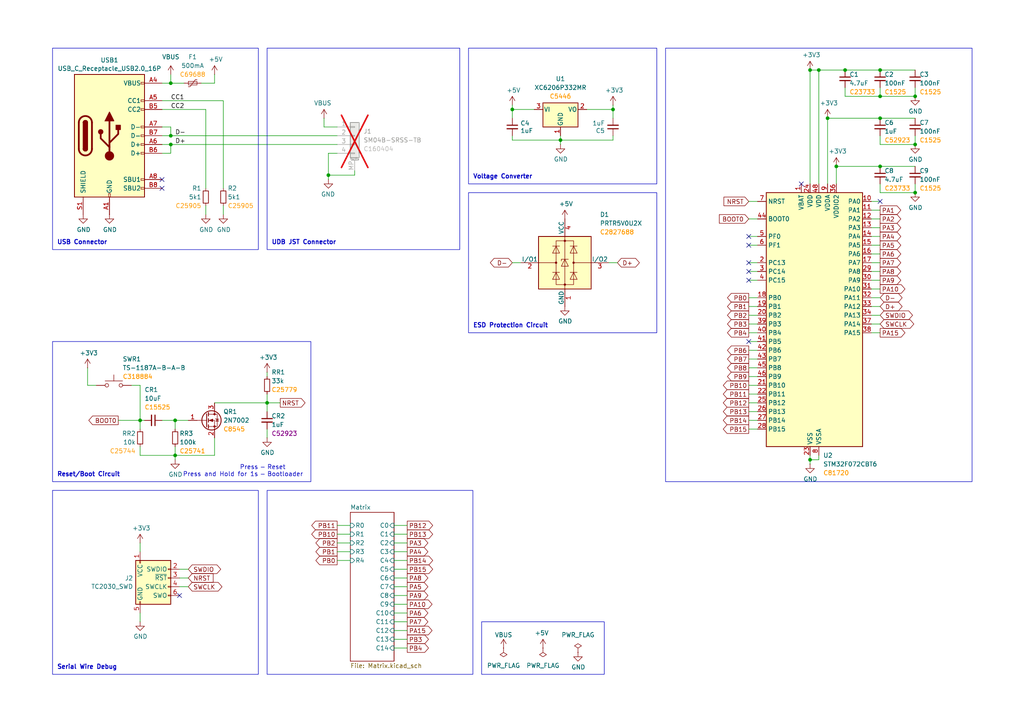
<source format=kicad_sch>
(kicad_sch (version 20231120) (generator "eeschema") (generator_version "8.0")
  (paper "A4")
  (lib_symbols
    (symbol "Connector:USB_C_Receptacle_USB2.0_16P" (pin_names (offset 1.016))
      (property "Reference" "J" (at 0 22.225 0))
      (property "Value" "USB_C_Receptacle_USB2.0_16P" (at 0 19.685 0))
      (symbol "USB_C_Receptacle_USB2.0_16P_0_0"
        (rectangle (start -0.254 -17.78) (end 0.254 -16.764))
        (rectangle (start 10.16 -14.986) (end 9.144 -15.494))
        (rectangle (start 10.16 -12.446) (end 9.144 -12.954))
        (rectangle (start 10.16 -4.826) (end 9.144 -5.334))
        (rectangle (start 10.16 -2.286) (end 9.144 -2.794))
        (rectangle (start 10.16 0.254) (end 9.144 -0.254))
        (rectangle (start 10.16 2.794) (end 9.144 2.286))
        (rectangle (start 10.16 7.874) (end 9.144 7.366))
        (rectangle (start 10.16 10.414) (end 9.144 9.906))
        (rectangle (start 10.16 15.494) (end 9.144 14.986))
      )
      (symbol "USB_C_Receptacle_USB2.0_16P_0_1"
        (rectangle (start -10.16 17.78) (end 10.16 -17.78) (stroke (width 0.254)) (fill (type background)))
        (arc (start -8.89 -3.81) (mid -6.985 -5.7067) (end -5.08 -3.81) (stroke (width 0.508)))
        (arc (start -7.62 -3.81) (mid -6.985 -4.4423) (end -6.35 -3.81) (stroke (width 0.254)))
        (arc (start -7.62 -3.81) (mid -6.985 -4.4423) (end -6.35 -3.81) (stroke (width 0.254)) (fill (type outline)))
        (rectangle (start -7.62 -3.81) (end -6.35 3.81) (stroke (width 0.254)) (fill (type outline)))
        (arc (start -6.35 3.81) (mid -6.985 4.4423) (end -7.62 3.81) (stroke (width 0.254)))
        (arc (start -6.35 3.81) (mid -6.985 4.4423) (end -7.62 3.81) (stroke (width 0.254)) (fill (type outline)))
        (arc (start -5.08 3.81) (mid -6.985 5.7067) (end -8.89 3.81) (stroke (width 0.508)))
        (circle (center -2.54 1.143) (radius 0.635) (stroke (width 0.254)) (fill (type outline)))
        (circle (center 0 -5.842) (radius 1.27) (fill (type outline)))
        (polyline (pts (xy -8.89 -3.81) (xy -8.89 3.81)) (stroke (width 0.508)))
        (polyline (pts (xy -5.08 3.81) (xy -5.08 -3.81)) (stroke (width 0.508)))
        (polyline (pts (xy 0 -5.842) (xy 0 4.318)) (stroke (width 0.508)))
        (polyline (pts (xy 0 -3.302) (xy -2.54 -0.762) (xy -2.54 0.508)) (stroke (width 0.508)))
        (polyline (pts (xy 0 -2.032) (xy 2.54 0.508) (xy 2.54 1.778)) (stroke (width 0.508)))
        (polyline (pts (xy -1.27 4.318) (xy 0 6.858) (xy 1.27 4.318) (xy -1.27 4.318)) (stroke (width 0.254)) (fill (type outline)))
        (rectangle (start 1.905 1.778) (end 3.175 3.048) (stroke (width 0.254)) (fill (type outline)))
      )
      (symbol "USB_C_Receptacle_USB2.0_16P_1_1"
        (pin passive line (at 0 -22.86 90) (length 5.08) (name "GND") (number "A1"))
        (pin passive line (at 0 -22.86 90) (length 5.08) hide (name "GND") (number "A12"))
        (pin passive line (at 15.24 15.24 180) (length 5.08) (name "VBUS") (number "A4"))
        (pin bidirectional line (at 15.24 10.16 180) (length 5.08) (name "CC1") (number "A5"))
        (pin bidirectional line (at 15.24 -2.54 180) (length 5.08) (name "D+") (number "A6"))
        (pin bidirectional line (at 15.24 2.54 180) (length 5.08) (name "D-") (number "A7"))
        (pin bidirectional line (at 15.24 -12.7 180) (length 5.08) (name "SBU1") (number "A8"))
        (pin passive line (at 15.24 15.24 180) (length 5.08) hide (name "VBUS") (number "A9"))
        (pin passive line (at 0 -22.86 90) (length 5.08) hide (name "GND") (number "B1"))
        (pin passive line (at 0 -22.86 90) (length 5.08) hide (name "GND") (number "B12"))
        (pin passive line (at 15.24 15.24 180) (length 5.08) hide (name "VBUS") (number "B4"))
        (pin bidirectional line (at 15.24 7.62 180) (length 5.08) (name "CC2") (number "B5"))
        (pin bidirectional line (at 15.24 -5.08 180) (length 5.08) (name "D+") (number "B6"))
        (pin bidirectional line (at 15.24 0 180) (length 5.08) (name "D-") (number "B7"))
        (pin bidirectional line (at 15.24 -15.24 180) (length 5.08) (name "SBU2") (number "B8"))
        (pin passive line (at 15.24 15.24 180) (length 5.08) hide (name "VBUS") (number "B9"))
        (pin passive line (at -7.62 -22.86 90) (length 5.08) (name "SHIELD") (number "S1"))
      )
    )
    (symbol "Connector_Generic_MountingPin:Conn_01x04_MountingPin" (pin_names (offset 1.016) hide)
      (property "Reference" "J" (at 0 5.08 0))
      (property "Value" "Conn_01x04_MountingPin" (at 1.27 -7.62 0))
      (symbol "Conn_01x04_MountingPin_1_1"
        (rectangle (start -1.27 -4.953) (end 0 -5.207) (stroke (width 0.1524)))
        (rectangle (start -1.27 -2.413) (end 0 -2.667) (stroke (width 0.1524)))
        (rectangle (start -1.27 0.127) (end 0 -0.127) (stroke (width 0.1524)))
        (rectangle (start -1.27 2.667) (end 0 2.413) (stroke (width 0.1524)))
        (rectangle (start -1.27 3.81) (end 1.27 -6.35) (stroke (width 0.254)) (fill (type background)))
        (polyline (pts (xy -1.016 -7.112) (xy 1.016 -7.112)) (stroke (width 0.1524)))
        (text "Mounting" (at 0 -6.731 0) (effects (font (size 0.381 0.381))))
        (pin passive line (at -5.08 2.54 0) (length 3.81) (name "Pin_1") (number "1"))
        (pin passive line (at -5.08 0 0) (length 3.81) (name "Pin_2") (number "2"))
        (pin passive line (at -5.08 -2.54 0) (length 3.81) (name "Pin_3") (number "3"))
        (pin passive line (at -5.08 -5.08 0) (length 3.81) (name "Pin_4") (number "4"))
        (pin passive line (at 0 -10.16 90) (length 3.048) (name "MountPin") (number "MP"))
      )
    )
    (symbol "Device:C_Small" (pin_numbers hide) (pin_names (offset 0.254) hide)
      (property "Reference" "C" (at 0.254 1.778 0))
      (property "Value" "C_Small" (at 0.254 -2.032 0))
      (symbol "C_Small_0_1"
        (polyline (pts (xy -1.524 -0.508) (xy 1.524 -0.508)) (stroke (width 0.3302)))
        (polyline (pts (xy -1.524 0.508) (xy 1.524 0.508)) (stroke (width 0.3048)))
      )
      (symbol "C_Small_1_1"
        (pin passive line (at 0 2.54 270) (length 2.032) (name "~") (number "1"))
        (pin passive line (at 0 -2.54 90) (length 2.032) (name "~") (number "2"))
      )
    )
    (symbol "Device:Polyfuse_Small" (pin_numbers hide) (pin_names (offset 0))
      (property "Reference" "F" (at -1.905 0 90))
      (property "Value" "Polyfuse_Small" (at 1.905 0 90))
      (symbol "Polyfuse_Small_0_1"
        (rectangle (start -0.508 1.27) (end 0.508 -1.27))
        (polyline (pts (xy 0 2.54) (xy 0 -2.54)))
        (polyline (pts (xy -1.016 1.27) (xy -1.016 0.762) (xy 1.016 -0.762) (xy 1.016 -1.27)))
      )
      (symbol "Polyfuse_Small_1_1"
        (pin passive line (at 0 2.54 270) (length 0.635) (name "~") (number "1"))
        (pin passive line (at 0 -2.54 90) (length 0.635) (name "~") (number "2"))
      )
    )
    (symbol "Device:R_Small" (pin_numbers hide) (pin_names (offset 0.254) hide)
      (property "Reference" "R" (at 0.762 0.508 0))
      (property "Value" "R_Small" (at 0.762 -1.016 0))
      (symbol "R_Small_0_1"
        (rectangle (start -0.762 1.778) (end 0.762 -1.778) (stroke (width 0.2032)))
      )
      (symbol "R_Small_1_1"
        (pin passive line (at 0 2.54 270) (length 0.762) (name "~") (number "1"))
        (pin passive line (at 0 -2.54 90) (length 0.762) (name "~") (number "2"))
      )
    )
    (symbol "MCU_ST_STM32F0:STM32F072C8Tx"
      (property "Reference" "U" (at -12.7 39.37 0))
      (property "Value" "STM32F072C8Tx" (at 10.16 39.37 0))
      (symbol "STM32F072C8Tx_0_1"
        (rectangle (start -12.7 -35.56) (end 15.24 38.1) (stroke (width 0.254)) (fill (type background)))
      )
      (symbol "STM32F072C8Tx_1_1"
        (pin power_in line (at -2.54 40.64 270) (length 2.54) (name "VBAT") (number "1"))
        (pin bidirectional line (at 17.78 35.56 180) (length 2.54) (name "PA0") (number "10"))
        (pin bidirectional line (at 17.78 33.02 180) (length 2.54) (name "PA1") (number "11"))
        (pin bidirectional line (at 17.78 30.48 180) (length 2.54) (name "PA2") (number "12"))
        (pin bidirectional line (at 17.78 27.94 180) (length 2.54) (name "PA3") (number "13"))
        (pin bidirectional line (at 17.78 25.4 180) (length 2.54) (name "PA4") (number "14"))
        (pin bidirectional line (at 17.78 22.86 180) (length 2.54) (name "PA5") (number "15"))
        (pin bidirectional line (at 17.78 20.32 180) (length 2.54) (name "PA6") (number "16"))
        (pin bidirectional line (at 17.78 17.78 180) (length 2.54) (name "PA7") (number "17"))
        (pin bidirectional line (at -15.24 7.62 0) (length 2.54) (name "PB0") (number "18"))
        (pin bidirectional line (at -15.24 5.08 0) (length 2.54) (name "PB1") (number "19"))
        (pin bidirectional line (at -15.24 17.78 0) (length 2.54) (name "PC13") (number "2"))
        (pin bidirectional line (at -15.24 2.54 0) (length 2.54) (name "PB2") (number "20"))
        (pin bidirectional line (at -15.24 -17.78 0) (length 2.54) (name "PB10") (number "21"))
        (pin bidirectional line (at -15.24 -20.32 0) (length 2.54) (name "PB11") (number "22"))
        (pin power_in line (at 0 -38.1 90) (length 2.54) (name "VSS") (number "23"))
        (pin power_in line (at 0 40.64 270) (length 2.54) (name "VDD") (number "24"))
        (pin bidirectional line (at -15.24 -22.86 0) (length 2.54) (name "PB12") (number "25"))
        (pin bidirectional line (at -15.24 -25.4 0) (length 2.54) (name "PB13") (number "26"))
        (pin bidirectional line (at -15.24 -27.94 0) (length 2.54) (name "PB14") (number "27"))
        (pin bidirectional line (at -15.24 -30.48 0) (length 2.54) (name "PB15") (number "28"))
        (pin bidirectional line (at 17.78 15.24 180) (length 2.54) (name "PA8") (number "29"))
        (pin bidirectional line (at -15.24 15.24 0) (length 2.54) (name "PC14") (number "3"))
        (pin bidirectional line (at 17.78 12.7 180) (length 2.54) (name "PA9") (number "30"))
        (pin bidirectional line (at 17.78 10.16 180) (length 2.54) (name "PA10") (number "31"))
        (pin bidirectional line (at 17.78 7.62 180) (length 2.54) (name "PA11") (number "32"))
        (pin bidirectional line (at 17.78 5.08 180) (length 2.54) (name "PA12") (number "33"))
        (pin bidirectional line (at 17.78 2.54 180) (length 2.54) (name "PA13") (number "34"))
        (pin passive line (at 0 -38.1 90) (length 2.54) hide (name "VSS") (number "35"))
        (pin power_in line (at 7.62 40.64 270) (length 2.54) (name "VDDIO2") (number "36"))
        (pin bidirectional line (at 17.78 0 180) (length 2.54) (name "PA14") (number "37"))
        (pin bidirectional line (at 17.78 -2.54 180) (length 2.54) (name "PA15") (number "38"))
        (pin bidirectional line (at -15.24 0 0) (length 2.54) (name "PB3") (number "39"))
        (pin bidirectional line (at -15.24 12.7 0) (length 2.54) (name "PC15") (number "4"))
        (pin bidirectional line (at -15.24 -2.54 0) (length 2.54) (name "PB4") (number "40"))
        (pin bidirectional line (at -15.24 -5.08 0) (length 2.54) (name "PB5") (number "41"))
        (pin bidirectional line (at -15.24 -7.62 0) (length 2.54) (name "PB6") (number "42"))
        (pin bidirectional line (at -15.24 -10.16 0) (length 2.54) (name "PB7") (number "43"))
        (pin input line (at -15.24 30.48 0) (length 2.54) (name "BOOT0") (number "44"))
        (pin bidirectional line (at -15.24 -12.7 0) (length 2.54) (name "PB8") (number "45"))
        (pin bidirectional line (at -15.24 -15.24 0) (length 2.54) (name "PB9") (number "46"))
        (pin passive line (at 0 -38.1 90) (length 2.54) hide (name "VSS") (number "47"))
        (pin power_in line (at 2.54 40.64 270) (length 2.54) (name "VDD") (number "48"))
        (pin bidirectional line (at -15.24 25.4 0) (length 2.54) (name "PF0") (number "5"))
        (pin bidirectional line (at -15.24 22.86 0) (length 2.54) (name "PF1") (number "6"))
        (pin input line (at -15.24 35.56 0) (length 2.54) (name "NRST") (number "7"))
        (pin power_in line (at 2.54 -38.1 90) (length 2.54) (name "VSSA") (number "8"))
        (pin power_in line (at 5.08 40.64 270) (length 2.54) (name "VDDA") (number "9"))
      )
    )
    (symbol "PCM_marbastlib-various:TC2030_SWD" (pin_names (offset 1.016))
      (property "Reference" "J" (at -3.81 -6.35 0))
      (property "Value" "TC2030_SWD" (at -10.16 8.89 0))
      (symbol "TC2030_SWD_0_1"
        (rectangle (start -3.81 7.62) (end 6.35 -5.08) (stroke (width 0.254)) (fill (type background)))
        (rectangle (start -3.048 -2.667) (end -3.81 -2.413))
        (rectangle (start -3.048 -0.127) (end -3.81 0.127))
        (rectangle (start -3.048 2.413) (end -3.81 2.667))
        (rectangle (start -3.048 4.953) (end -3.81 5.207))
        (rectangle (start 4.953 -5.08) (end 5.207 -4.318))
        (rectangle (start 4.953 6.858) (end 5.207 7.62))
      )
      (symbol "TC2030_SWD_1_1"
        (pin passive line (at 5.08 10.16 270) (length 2.54) (name "VCC") (number "1"))
        (pin passive line (at -6.35 5.08 0) (length 2.54) (name "SWDIO") (number "2"))
        (pin passive line (at -6.35 2.54 0) (length 2.54) (name "~{RST}") (number "3"))
        (pin passive line (at -6.35 0 0) (length 2.54) (name "SWCLK") (number "4"))
        (pin passive line (at 5.08 -7.62 90) (length 2.54) (name "GND") (number "5"))
        (pin passive line (at -6.35 -2.54 0) (length 2.54) (name "SWO") (number "6"))
      )
    )
    (symbol "Power_Protection:PRTR5V0U2X" (pin_names (offset 0))
      (property "Reference" "D" (at 2.794 8.636 0))
      (property "Value" "PRTR5V0U2X" (at 8.128 -9.398 0))
      (symbol "PRTR5V0U2X_0_1"
        (rectangle (start -7.62 -7.62) (end 7.62 7.62) (stroke (width 0.254)) (fill (type background)))
        (circle (center -2.54 0) (radius 0.254) (fill (type outline)))
        (rectangle (start -2.54 6.35) (end 2.54 -6.35))
        (circle (center 0 -6.35) (radius 0.254) (fill (type outline)))
        (polyline (pts (xy -2.54 0) (xy -7.62 0)))
        (polyline (pts (xy -1.524 -2.794) (xy -3.556 -2.794)))
        (polyline (pts (xy -1.524 4.826) (xy -3.556 4.826)))
        (polyline (pts (xy 0 -7.62) (xy 0 7.62)))
        (polyline (pts (xy 1.524 -2.794) (xy 3.556 -2.794)))
        (polyline (pts (xy 1.524 4.826) (xy 3.556 4.826)))
        (polyline (pts (xy 2.54 0) (xy 7.62 0)))
        (polyline (pts (xy 1.016 1.016) (xy -1.016 1.016) (xy -1.016 0.508)))
        (polyline (pts (xy -3.556 -4.826) (xy -1.524 -4.826) (xy -2.54 -2.794) (xy -3.556 -4.826)))
        (polyline (pts (xy -3.556 2.794) (xy -1.524 2.794) (xy -2.54 4.826) (xy -3.556 2.794)))
        (polyline (pts (xy -1.016 -1.016) (xy 1.016 -1.016) (xy 0 1.016) (xy -1.016 -1.016)))
        (polyline (pts (xy 3.556 -4.826) (xy 1.524 -4.826) (xy 2.54 -2.794) (xy 3.556 -4.826)))
        (polyline (pts (xy 3.556 2.794) (xy 1.524 2.794) (xy 2.54 4.826) (xy 3.556 2.794)))
        (circle (center 0 6.35) (radius 0.254) (fill (type outline)))
        (circle (center 2.54 0) (radius 0.254) (fill (type outline)))
      )
      (symbol "PRTR5V0U2X_1_1"
        (pin passive line (at 0 -12.7 90) (length 5.08) (name "GND") (number "1"))
        (pin passive line (at -12.7 0 0) (length 5.08) (name "I/O1") (number "2"))
        (pin passive line (at 12.7 0 180) (length 5.08) (name "I/O2") (number "3"))
        (pin passive line (at 0 12.7 270) (length 5.08) (name "VCC") (number "4"))
      )
    )
    (symbol "Regulator_Linear:XC6206PxxxMR" (pin_names (offset 0.254))
      (property "Reference" "U" (at -3.81 3.175 0))
      (property "Value" "XC6206PxxxMR" (at 0 3.175 0))
      (symbol "XC6206PxxxMR_0_1"
        (rectangle (start -5.08 1.905) (end 5.08 -5.08) (stroke (width 0.254)) (fill (type background)))
      )
      (symbol "XC6206PxxxMR_1_1"
        (pin power_in line (at 0 -7.62 90) (length 2.54) (name "GND") (number "1"))
        (pin power_out line (at 7.62 0 180) (length 2.54) (name "VO") (number "2"))
        (pin power_in line (at -7.62 0 0) (length 2.54) (name "VI") (number "3"))
      )
    )
    (symbol "Switch:SW_Push" (pin_numbers hide) (pin_names (offset 1.016) hide)
      (property "Reference" "SW" (at 1.27 2.54 0))
      (property "Value" "SW_Push" (at 0 -1.524 0))
      (symbol "SW_Push_0_1"
        (circle (center -2.032 0) (radius 0.508))
        (polyline (pts (xy 0 1.27) (xy 0 3.048)))
        (polyline (pts (xy 2.54 1.27) (xy -2.54 1.27)))
        (circle (center 2.032 0) (radius 0.508))
        (pin passive line (at -5.08 0 0) (length 2.54) (name "1") (number "1"))
        (pin passive line (at 5.08 0 180) (length 2.54) (name "2") (number "2"))
      )
    )
    (symbol "Transistor_FET:2N7002" (pin_names hide)
      (property "Reference" "Q" (at 5.08 1.905 0))
      (property "Value" "2N7002" (at 5.08 0 0))
      (symbol "2N7002_0_1"
        (polyline (pts (xy 0.254 0) (xy -2.54 0)))
        (polyline (pts (xy 0.254 1.905) (xy 0.254 -1.905)) (stroke (width 0.254)))
        (polyline (pts (xy 0.762 -1.27) (xy 0.762 -2.286)) (stroke (width 0.254)))
        (polyline (pts (xy 0.762 0.508) (xy 0.762 -0.508)) (stroke (width 0.254)))
        (polyline (pts (xy 0.762 2.286) (xy 0.762 1.27)) (stroke (width 0.254)))
        (polyline (pts (xy 2.54 2.54) (xy 2.54 1.778)))
        (polyline (pts (xy 2.54 -2.54) (xy 2.54 0) (xy 0.762 0)))
        (polyline (pts (xy 0.762 -1.778) (xy 3.302 -1.778) (xy 3.302 1.778) (xy 0.762 1.778)))
        (polyline (pts (xy 1.016 0) (xy 2.032 0.381) (xy 2.032 -0.381) (xy 1.016 0)) (fill (type outline)))
        (polyline (pts (xy 2.794 0.508) (xy 2.921 0.381) (xy 3.683 0.381) (xy 3.81 0.254)))
        (polyline (pts (xy 3.302 0.381) (xy 2.921 -0.254) (xy 3.683 -0.254) (xy 3.302 0.381)))
        (circle (center 1.651 0) (radius 2.794) (stroke (width 0.254)))
        (circle (center 2.54 -1.778) (radius 0.254) (fill (type outline)))
        (circle (center 2.54 1.778) (radius 0.254) (fill (type outline)))
      )
      (symbol "2N7002_1_1"
        (pin input line (at -5.08 0 0) (length 2.54) (name "G") (number "1"))
        (pin passive line (at 2.54 -5.08 90) (length 2.54) (name "S") (number "2"))
        (pin passive line (at 2.54 5.08 270) (length 2.54) (name "D") (number "3"))
      )
    )
    (symbol "power:+3V3" (power) (pin_numbers hide) (pin_names (offset 0) hide)
      (property "Value" "+3V3" (at 0 3.556 0))
      (symbol "+3V3_0_1"
        (polyline (pts (xy -0.762 1.27) (xy 0 2.54)))
        (polyline (pts (xy 0 0) (xy 0 2.54)))
        (polyline (pts (xy 0 2.54) (xy 0.762 1.27)))
      )
      (symbol "+3V3_1_1"
        (pin power_in line (at 0 0 90) (length 0) (name "~") (number "1"))
      )
    )
    (symbol "power:+5V" (power) (pin_numbers hide) (pin_names (offset 0) hide)
      (property "Value" "+5V" (at 0 3.556 0))
      (symbol "+5V_0_1"
        (polyline (pts (xy -0.762 1.27) (xy 0 2.54)))
        (polyline (pts (xy 0 0) (xy 0 2.54)))
        (polyline (pts (xy 0 2.54) (xy 0.762 1.27)))
      )
      (symbol "+5V_1_1"
        (pin power_in line (at 0 0 90) (length 0) (name "~") (number "1"))
      )
    )
    (symbol "power:GND" (power) (pin_numbers hide) (pin_names (offset 0) hide)
      (property "Value" "GND" (at 0 -3.81 0))
      (symbol "GND_0_1"
        (polyline (pts (xy 0 0) (xy 0 -1.27) (xy 1.27 -1.27) (xy 0 -2.54) (xy -1.27 -1.27) (xy 0 -1.27)))
      )
      (symbol "GND_1_1"
        (pin power_in line (at 0 0 270) (length 0) (name "~") (number "1"))
      )
    )
    (symbol "power:PWR_FLAG" (power) (pin_numbers hide) (pin_names (offset 0) hide)
      (property "Value" "PWR_FLAG" (at 0 3.81 0))
      (symbol "PWR_FLAG_0_0"
        (pin power_out line (at 0 0 90) (length 0) (name "~") (number "1"))
      )
      (symbol "PWR_FLAG_0_1"
        (polyline (pts (xy 0 0) (xy 0 1.27) (xy -1.016 1.905) (xy 0 2.54) (xy 1.016 1.905) (xy 0 1.27)))
      )
    )
    (symbol "power:VBUS" (power) (pin_numbers hide) (pin_names (offset 0) hide)
      (property "Value" "VBUS" (at 0 3.556 0))
      (symbol "VBUS_0_1"
        (polyline (pts (xy -0.762 1.27) (xy 0 2.54)))
        (polyline (pts (xy 0 0) (xy 0 2.54)))
        (polyline (pts (xy 0 2.54) (xy 0.762 1.27)))
      )
      (symbol "VBUS_1_1"
        (pin power_in line (at 0 0 90) (length 0) (name "~") (number "1"))
      )
    )
  )
  (junction (at 50.8 121.92))
  (junction (at 245.11 20.32))
  (junction (at 255.27 34.29))
  (junction (at 148.59 31.75))
  (junction (at 234.95 20.32))
  (junction (at 40.64 121.92))
  (junction (at 240.03 34.29))
  (junction (at 162.56 40.64))
  (junction (at 77.47 116.84))
  (junction (at 255.27 27.94))
  (junction (at 49.53 39.37))
  (junction (at 255.27 48.26))
  (junction (at 242.57 48.26))
  (junction (at 50.8 132.08))
  (junction (at 265.43 55.88))
  (junction (at 265.43 41.91))
  (junction (at 255.27 20.32))
  (junction (at 265.43 27.94))
  (junction (at 49.53 24.13))
  (junction (at 237.49 20.32))
  (junction (at 177.8 31.75))
  (junction (at 49.53 41.91))
  (junction (at 234.95 133.35))
  (junction (at 95.25 50.8))
  (no_connect (at 217.17 68.58))
  (no_connect (at 52.07 172.72))
  (no_connect (at 217.17 71.12))
  (no_connect (at 46.99 54.61))
  (no_connect (at 255.27 58.42))
  (no_connect (at 46.99 52.07))
  (no_connect (at 217.17 76.2))
  (no_connect (at 232.41 53.34))
  (no_connect (at 217.17 99.06))
  (no_connect (at 217.17 81.28))
  (no_connect (at 217.17 78.74))
  (wire (pts (xy 217.17 106.68) (xy 219.71 106.68)))
  (wire (pts (xy 59.69 54.61) (xy 59.69 31.75)))
  (wire (pts (xy 252.73 78.74) (xy 255.27 78.74)))
  (wire (pts (xy 25.4 106.68) (xy 25.4 111.76)))
  (wire (pts (xy 245.11 25.4) (xy 245.11 27.94)))
  (wire (pts (xy 265.43 55.88) (xy 265.43 53.34)))
  (wire (pts (xy 49.53 41.91) (xy 49.53 44.45)))
  (wire (pts (xy 40.64 111.76) (xy 40.64 121.92)))
  (wire (pts (xy 114.3 167.64) (xy 118.11 167.64)))
  (wire (pts (xy 265.43 39.37) (xy 265.43 41.91)))
  (wire (pts (xy 49.53 39.37) (xy 46.99 39.37)))
  (wire (pts (xy 114.3 170.18) (xy 118.11 170.18)))
  (wire (pts (xy 41.91 121.92) (xy 40.64 121.92)))
  (wire (pts (xy 59.69 31.75) (xy 46.99 31.75)))
  (wire (pts (xy 252.73 81.28) (xy 255.27 81.28)))
  (wire (pts (xy 255.27 39.37) (xy 255.27 41.91)))
  (wire (pts (xy 97.79 152.4) (xy 101.6 152.4)))
  (wire (pts (xy 148.59 31.75) (xy 148.59 34.29)))
  (wire (pts (xy 162.56 39.37) (xy 162.56 40.64)))
  (wire (pts (xy 217.17 91.44) (xy 219.71 91.44)))
  (wire (pts (xy 49.53 24.13) (xy 46.99 24.13)))
  (wire (pts (xy 49.53 36.83) (xy 49.53 39.37)))
  (wire (pts (xy 40.64 157.48) (xy 40.64 160.02)))
  (wire (pts (xy 114.3 177.8) (xy 118.11 177.8)))
  (wire (pts (xy 97.79 154.94) (xy 101.6 154.94)))
  (wire (pts (xy 255.27 93.98) (xy 252.73 93.98)))
  (wire (pts (xy 177.8 40.64) (xy 177.8 39.37)))
  (wire (pts (xy 217.17 96.52) (xy 219.71 96.52)))
  (wire (pts (xy 114.3 172.72) (xy 118.11 172.72)))
  (wire (pts (xy 265.43 25.4) (xy 265.43 27.94)))
  (wire (pts (xy 217.17 116.84) (xy 219.71 116.84)))
  (wire (pts (xy 242.57 53.34) (xy 242.57 48.26)))
  (wire (pts (xy 217.17 68.58) (xy 219.71 68.58)))
  (wire (pts (xy 255.27 88.9) (xy 252.73 88.9)))
  (wire (pts (xy 237.49 133.35) (xy 237.49 132.08)))
  (wire (pts (xy 102.87 50.8) (xy 95.25 50.8)))
  (wire (pts (xy 265.43 34.29) (xy 255.27 34.29)))
  (wire (pts (xy 217.17 78.74) (xy 219.71 78.74)))
  (wire (pts (xy 255.27 20.32) (xy 245.11 20.32)))
  (wire (pts (xy 114.3 160.02) (xy 118.11 160.02)))
  (wire (pts (xy 34.29 121.92) (xy 40.64 121.92)))
  (wire (pts (xy 49.53 41.91) (xy 46.99 41.91)))
  (wire (pts (xy 97.79 160.02) (xy 101.6 160.02)))
  (wire (pts (xy 102.87 49.53) (xy 102.87 50.8)))
  (wire (pts (xy 242.57 48.26) (xy 255.27 48.26)))
  (wire (pts (xy 97.79 162.56) (xy 101.6 162.56)))
  (wire (pts (xy 49.53 41.91) (xy 97.79 41.91)))
  (wire (pts (xy 255.27 25.4) (xy 255.27 27.94)))
  (wire (pts (xy 217.17 88.9) (xy 219.71 88.9)))
  (wire (pts (xy 62.23 132.08) (xy 62.23 127)))
  (wire (pts (xy 93.98 34.29) (xy 93.98 36.83)))
  (wire (pts (xy 97.79 157.48) (xy 101.6 157.48)))
  (wire (pts (xy 217.17 63.5) (xy 219.71 63.5)))
  (wire (pts (xy 50.8 121.92) (xy 54.61 121.92)))
  (wire (pts (xy 255.27 41.91) (xy 265.43 41.91)))
  (wire (pts (xy 217.17 114.3) (xy 219.71 114.3)))
  (wire (pts (xy 252.73 83.82) (xy 255.27 83.82)))
  (wire (pts (xy 237.49 20.32) (xy 245.11 20.32)))
  (wire (pts (xy 217.17 99.06) (xy 219.71 99.06)))
  (wire (pts (xy 252.73 73.66) (xy 255.27 73.66)))
  (wire (pts (xy 217.17 101.6) (xy 219.71 101.6)))
  (wire (pts (xy 46.99 36.83) (xy 49.53 36.83)))
  (wire (pts (xy 245.11 27.94) (xy 255.27 27.94)))
  (wire (pts (xy 217.17 104.14) (xy 219.71 104.14)))
  (wire (pts (xy 114.3 180.34) (xy 118.11 180.34)))
  (wire (pts (xy 81.28 116.84) (xy 77.47 116.84)))
  (wire (pts (xy 114.3 154.94) (xy 118.11 154.94)))
  (wire (pts (xy 148.59 76.2) (xy 151.13 76.2)))
  (wire (pts (xy 217.17 86.36) (xy 219.71 86.36)))
  (wire (pts (xy 217.17 121.92) (xy 219.71 121.92)))
  (wire (pts (xy 50.8 132.08) (xy 62.23 132.08)))
  (wire (pts (xy 50.8 133.35) (xy 50.8 132.08)))
  (wire (pts (xy 234.95 133.35) (xy 237.49 133.35)))
  (wire (pts (xy 217.17 124.46) (xy 219.71 124.46)))
  (wire (pts (xy 177.8 31.75) (xy 177.8 30.48)))
  (wire (pts (xy 148.59 39.37) (xy 148.59 40.64)))
  (wire (pts (xy 217.17 111.76) (xy 219.71 111.76)))
  (wire (pts (xy 77.47 107.95) (xy 77.47 109.22)))
  (wire (pts (xy 46.99 121.92) (xy 50.8 121.92)))
  (wire (pts (xy 162.56 40.64) (xy 177.8 40.64)))
  (wire (pts (xy 234.95 53.34) (xy 234.95 20.32)))
  (wire (pts (xy 40.64 121.92) (xy 40.64 124.46)))
  (wire (pts (xy 38.1 111.76) (xy 40.64 111.76)))
  (wire (pts (xy 95.25 44.45) (xy 95.25 50.8)))
  (wire (pts (xy 252.73 68.58) (xy 255.27 68.58)))
  (wire (pts (xy 114.3 162.56) (xy 118.11 162.56)))
  (wire (pts (xy 25.4 111.76) (xy 27.94 111.76)))
  (wire (pts (xy 217.17 93.98) (xy 219.71 93.98)))
  (wire (pts (xy 114.3 165.1) (xy 118.11 165.1)))
  (wire (pts (xy 114.3 152.4) (xy 118.11 152.4)))
  (wire (pts (xy 252.73 96.52) (xy 255.27 96.52)))
  (wire (pts (xy 49.53 44.45) (xy 46.99 44.45)))
  (wire (pts (xy 95.25 50.8) (xy 95.25 52.07)))
  (wire (pts (xy 114.3 185.42) (xy 118.11 185.42)))
  (wire (pts (xy 234.95 20.32) (xy 237.49 20.32)))
  (wire (pts (xy 265.43 20.32) (xy 255.27 20.32)))
  (wire (pts (xy 255.27 55.88) (xy 265.43 55.88)))
  (wire (pts (xy 217.17 109.22) (xy 219.71 109.22)))
  (wire (pts (xy 217.17 76.2) (xy 219.71 76.2)))
  (wire (pts (xy 40.64 132.08) (xy 50.8 132.08)))
  (wire (pts (xy 237.49 20.32) (xy 237.49 53.34)))
  (wire (pts (xy 40.64 129.54) (xy 40.64 132.08)))
  (wire (pts (xy 148.59 40.64) (xy 162.56 40.64)))
  (wire (pts (xy 240.03 34.29) (xy 255.27 34.29)))
  (wire (pts (xy 49.53 24.13) (xy 53.34 24.13)))
  (wire (pts (xy 252.73 71.12) (xy 255.27 71.12)))
  (wire (pts (xy 114.3 175.26) (xy 118.11 175.26)))
  (wire (pts (xy 255.27 27.94) (xy 265.43 27.94)))
  (wire (pts (xy 240.03 34.29) (xy 240.03 53.34)))
  (wire (pts (xy 255.27 55.88) (xy 255.27 53.34)))
  (wire (pts (xy 62.23 24.13) (xy 62.23 21.59)))
  (wire (pts (xy 114.3 182.88) (xy 118.11 182.88)))
  (wire (pts (xy 59.69 59.69) (xy 59.69 62.23)))
  (wire (pts (xy 97.79 44.45) (xy 95.25 44.45)))
  (wire (pts (xy 176.53 76.2) (xy 179.07 76.2)))
  (wire (pts (xy 252.73 58.42) (xy 255.27 58.42)))
  (wire (pts (xy 217.17 81.28) (xy 219.71 81.28)))
  (wire (pts (xy 97.79 36.83) (xy 93.98 36.83)))
  (wire (pts (xy 52.07 167.64) (xy 54.61 167.64)))
  (wire (pts (xy 49.53 21.59) (xy 49.53 24.13)))
  (wire (pts (xy 58.42 24.13) (xy 62.23 24.13)))
  (wire (pts (xy 77.47 114.3) (xy 77.47 116.84)))
  (wire (pts (xy 62.23 116.84) (xy 77.47 116.84)))
  (wire (pts (xy 252.73 76.2) (xy 255.27 76.2)))
  (wire (pts (xy 64.77 29.21) (xy 64.77 54.61)))
  (wire (pts (xy 252.73 63.5) (xy 255.27 63.5)))
  (wire (pts (xy 52.07 170.18) (xy 54.61 170.18)))
  (wire (pts (xy 252.73 66.04) (xy 255.27 66.04)))
  (wire (pts (xy 217.17 119.38) (xy 219.71 119.38)))
  (wire (pts (xy 162.56 40.64) (xy 162.56 41.91)))
  (wire (pts (xy 77.47 124.46) (xy 77.47 127)))
  (wire (pts (xy 114.3 187.96) (xy 118.11 187.96)))
  (wire (pts (xy 177.8 31.75) (xy 177.8 34.29)))
  (wire (pts (xy 255.27 91.44) (xy 252.73 91.44)))
  (wire (pts (xy 148.59 30.48) (xy 148.59 31.75)))
  (wire (pts (xy 255.27 86.36) (xy 252.73 86.36)))
  (wire (pts (xy 114.3 157.48) (xy 118.11 157.48)))
  (wire (pts (xy 217.17 71.12) (xy 219.71 71.12)))
  (wire (pts (xy 234.95 133.35) (xy 234.95 134.62)))
  (wire (pts (xy 40.64 180.34) (xy 40.64 177.8)))
  (wire (pts (xy 50.8 124.46) (xy 50.8 121.92)))
  (wire (pts (xy 46.99 29.21) (xy 64.77 29.21)))
  (wire (pts (xy 217.17 58.42) (xy 219.71 58.42)))
  (wire (pts (xy 54.61 165.1) (xy 52.07 165.1)))
  (wire (pts (xy 77.47 116.84) (xy 77.47 119.38)))
  (wire (pts (xy 234.95 132.08) (xy 234.95 133.35)))
  (wire (pts (xy 50.8 129.54) (xy 50.8 132.08)))
  (wire (pts (xy 255.27 48.26) (xy 265.43 48.26)))
  (wire (pts (xy 148.59 31.75) (xy 154.94 31.75)))
  (wire (pts (xy 170.18 31.75) (xy 177.8 31.75)))
  (wire (pts (xy 64.77 59.69) (xy 64.77 62.23)))
  (wire (pts (xy 252.73 60.96) (xy 255.27 60.96)))
  (wire (pts (xy 49.53 39.37) (xy 97.79 39.37)))
  (rectangle (start 139.7 180.34) (end 175.26 195.58))
  (rectangle (start 77.47 142.24) (end 137.16 195.58))
  (rectangle (start 193.04 13.97) (end 281.94 139.7))
  (rectangle (start 15.24 13.97) (end 74.93 72.39))
  (rectangle (start 77.47 13.97) (end 133.35 72.39))
  (rectangle (start 135.89 55.88) (end 190.5 96.52))
  (rectangle (start 15.24 142.24) (end 74.93 195.58))
  (rectangle (start 135.89 13.97) (end 190.5 53.34))
  (rectangle (start 15.24 99.06) (end 90.17 139.7))
  (text "Reset\nBootloader" (at 77.47 138.43 0) (effects (font (size 1.27 1.27)) (justify left bottom)))
  (text "-\n-" (at 76.2 138.43 0) (effects (font (size 1.27 1.27)) (justify bottom)))
  (text "ESD Protection Circuit" (at 137.16 95.25 0) (effects (font (size 1.27 1.27) (thickness 0.254) (bold yes)) (justify left bottom)))
  (text "Voltage Converter" (at 137.16 52.07 0) (effects (font (size 1.27 1.27) (thickness 0.254) (bold yes)) (justify left bottom)))
  (text "Serial Wire Debug" (at 16.51 194.31 0) (effects (font (size 1.27 1.27) (thickness 0.254) (bold yes)) (justify left bottom)))
  (text "Press\nPress and Hold for 1s" (at 74.93 138.43 0) (effects (font (size 1.27 1.27)) (justify right bottom)))
  (text "Reset/Boot Circuit" (at 16.51 138.43 0) (effects (font (size 1.27 1.27) (thickness 0.254) (bold yes)) (justify left bottom)))
  (text "USB Connector" (at 16.51 71.12 0) (effects (font (size 1.27 1.27) (thickness 0.254) (bold yes)) (justify left bottom)))
  (text "UDB JST Connector" (at 78.74 71.12 0) (effects (font (size 1.27 1.27) (thickness 0.254) (bold yes)) (justify left bottom)))
  (label "CC1" (at 49.53 29.21 0))
  (label "D-" (at 50.8 39.37 0))
  (label "D+" (at 50.8 41.91 0))
  (label "CC2" (at 49.53 31.75 0))
  (global_label "PA8" (shape output) (at 118.11 167.64 0) (property "Intersheetrefs" "${INTERSHEET_REFS}" (effects (hide yes))))
  (global_label "PB3" (shape output) (at 217.17 93.98 180) (property "Intersheetrefs" "${INTERSHEET_REFS}" (effects (hide yes))))
  (global_label "PB2" (shape output) (at 97.79 157.48 180) (property "Intersheetrefs" "${INTERSHEET_REFS}" (effects (hide yes))))
  (global_label "PB0" (shape output) (at 97.79 162.56 180) (property "Intersheetrefs" "${INTERSHEET_REFS}" (effects (hide yes))))
  (global_label "PA4" (shape output) (at 118.11 160.02 0) (property "Intersheetrefs" "${INTERSHEET_REFS}" (effects (hide yes))))
  (global_label "PB13" (shape output) (at 118.11 154.94 0) (property "Intersheetrefs" "${INTERSHEET_REFS}" (effects (hide yes))))
  (global_label "PB9" (shape output) (at 217.17 109.22 180) (property "Intersheetrefs" "${INTERSHEET_REFS}" (effects (hide yes))))
  (global_label "PB11" (shape output) (at 217.17 114.3 180) (property "Intersheetrefs" "${INTERSHEET_REFS}" (effects (hide yes))))
  (global_label "PB15" (shape output) (at 217.17 124.46 180) (property "Intersheetrefs" "${INTERSHEET_REFS}" (effects (hide yes))))
  (global_label "PA9" (shape output) (at 255.27 81.28 0) (property "Intersheetrefs" "${INTERSHEET_REFS}" (effects (hide yes))))
  (global_label "PB10" (shape output) (at 217.17 111.76 180) (property "Intersheetrefs" "${INTERSHEET_REFS}" (effects (hide yes))))
  (global_label "D+" (shape bidirectional) (at 255.27 88.9 0) (property "Intersheetrefs" "${INTERSHEET_REFS}" (effects (hide yes))))
  (global_label "NRST" (shape input) (at 54.61 167.64 0) (property "Intersheetrefs" "${INTERSHEET_REFS}" (effects (hide yes))))
  (global_label "PB1" (shape output) (at 97.79 160.02 180) (property "Intersheetrefs" "${INTERSHEET_REFS}" (effects (hide yes))))
  (global_label "PA6" (shape output) (at 118.11 177.8 0) (property "Intersheetrefs" "${INTERSHEET_REFS}" (effects (hide yes))))
  (global_label "SWCLK" (shape bidirectional) (at 255.27 93.98 0) (property "Intersheetrefs" "${INTERSHEET_REFS}" (effects (hide yes))))
  (global_label "PA10" (shape output) (at 118.11 175.26 0) (property "Intersheetrefs" "${INTERSHEET_REFS}" (effects (hide yes))))
  (global_label "PA1" (shape output) (at 255.27 60.96 0) (property "Intersheetrefs" "${INTERSHEET_REFS}" (effects (hide yes))))
  (global_label "SWCLK" (shape bidirectional) (at 54.61 170.18 0) (property "Intersheetrefs" "${INTERSHEET_REFS}" (effects (hide yes))))
  (global_label "PB4" (shape output) (at 118.11 187.96 0) (property "Intersheetrefs" "${INTERSHEET_REFS}" (effects (hide yes))))
  (global_label "PA5" (shape output) (at 118.11 170.18 0) (property "Intersheetrefs" "${INTERSHEET_REFS}" (effects (hide yes))))
  (global_label "PB6" (shape output) (at 217.17 101.6 180) (property "Intersheetrefs" "${INTERSHEET_REFS}" (effects (hide yes))))
  (global_label "PA5" (shape output) (at 255.27 71.12 0) (property "Intersheetrefs" "${INTERSHEET_REFS}" (effects (hide yes))))
  (global_label "PB1" (shape output) (at 217.17 88.9 180) (property "Intersheetrefs" "${INTERSHEET_REFS}" (effects (hide yes))))
  (global_label "NRST" (shape output) (at 81.28 116.84 0) (property "Intersheetrefs" "${INTERSHEET_REFS}" (effects (hide yes))))
  (global_label "PB8" (shape output) (at 217.17 106.68 180) (property "Intersheetrefs" "${INTERSHEET_REFS}" (effects (hide yes))))
  (global_label "PB12" (shape output) (at 217.17 116.84 180) (property "Intersheetrefs" "${INTERSHEET_REFS}" (effects (hide yes))))
  (global_label "PB0" (shape output) (at 217.17 86.36 180) (property "Intersheetrefs" "${INTERSHEET_REFS}" (effects (hide yes))))
  (global_label "PA15" (shape output) (at 118.11 182.88 0) (property "Intersheetrefs" "${INTERSHEET_REFS}" (effects (hide yes))))
  (global_label "D-" (shape bidirectional) (at 255.27 86.36 0) (property "Intersheetrefs" "${INTERSHEET_REFS}" (effects (hide yes))))
  (global_label "PA10" (shape output) (at 255.27 83.82 0) (property "Intersheetrefs" "${INTERSHEET_REFS}" (effects (hide yes))))
  (global_label "PB15" (shape output) (at 118.11 165.1 0) (property "Intersheetrefs" "${INTERSHEET_REFS}" (effects (hide yes))))
  (global_label "PB14" (shape output) (at 118.11 162.56 0) (property "Intersheetrefs" "${INTERSHEET_REFS}" (effects (hide yes))))
  (global_label "PA3" (shape output) (at 255.27 66.04 0) (property "Intersheetrefs" "${INTERSHEET_REFS}" (effects (hide yes))))
  (global_label "PA8" (shape output) (at 255.27 78.74 0) (property "Intersheetrefs" "${INTERSHEET_REFS}" (effects (hide yes))))
  (global_label "SWDIO" (shape bidirectional) (at 54.61 165.1 0) (property "Intersheetrefs" "${INTERSHEET_REFS}" (effects (hide yes))))
  (global_label "PB7" (shape output) (at 217.17 104.14 180) (property "Intersheetrefs" "${INTERSHEET_REFS}" (effects (hide yes))))
  (global_label "PB2" (shape output) (at 217.17 91.44 180) (property "Intersheetrefs" "${INTERSHEET_REFS}" (effects (hide yes))))
  (global_label "PA7" (shape output) (at 118.11 180.34 0) (property "Intersheetrefs" "${INTERSHEET_REFS}" (effects (hide yes))))
  (global_label "PB10" (shape output) (at 97.79 154.94 180) (property "Intersheetrefs" "${INTERSHEET_REFS}" (effects (hide yes))))
  (global_label "PB13" (shape output) (at 217.17 119.38 180) (property "Intersheetrefs" "${INTERSHEET_REFS}" (effects (hide yes))))
  (global_label "PB3" (shape output) (at 118.11 185.42 0) (property "Intersheetrefs" "${INTERSHEET_REFS}" (effects (hide yes))))
  (global_label "PB4" (shape output) (at 217.17 96.52 180) (property "Intersheetrefs" "${INTERSHEET_REFS}" (effects (hide yes))))
  (global_label "D-" (shape bidirectional) (at 148.59 76.2 180) (property "Intersheetrefs" "${INTERSHEET_REFS}" (effects (hide yes))))
  (global_label "NRST" (shape input) (at 217.17 58.42 180) (property "Intersheetrefs" "${INTERSHEET_REFS}" (effects (hide yes))))
  (global_label "SWDIO" (shape bidirectional) (at 255.27 91.44 0) (property "Intersheetrefs" "${INTERSHEET_REFS}" (effects (hide yes))))
  (global_label "PA4" (shape output) (at 255.27 68.58 0) (property "Intersheetrefs" "${INTERSHEET_REFS}" (effects (hide yes))))
  (global_label "D+" (shape bidirectional) (at 179.07 76.2 0) (property "Intersheetrefs" "${INTERSHEET_REFS}" (effects (hide yes))))
  (global_label "PA2" (shape output) (at 255.27 63.5 0) (property "Intersheetrefs" "${INTERSHEET_REFS}" (effects (hide yes))))
  (global_label "BOOT0" (shape output) (at 34.29 121.92 180) (property "Intersheetrefs" "${INTERSHEET_REFS}" (effects (hide yes))))
  (global_label "PB11" (shape output) (at 97.79 152.4 180) (property "Intersheetrefs" "${INTERSHEET_REFS}" (effects (hide yes))))
  (global_label "PB14" (shape output) (at 217.17 121.92 180) (property "Intersheetrefs" "${INTERSHEET_REFS}" (effects (hide yes))))
  (global_label "PA7" (shape output) (at 255.27 76.2 0) (property "Intersheetrefs" "${INTERSHEET_REFS}" (effects (hide yes))))
  (global_label "PB12" (shape output) (at 118.11 152.4 0) (property "Intersheetrefs" "${INTERSHEET_REFS}" (effects (hide yes))))
  (global_label "PA3" (shape output) (at 118.11 157.48 0) (property "Intersheetrefs" "${INTERSHEET_REFS}" (effects (hide yes))))
  (global_label "BOOT0" (shape input) (at 217.17 63.5 180) (property "Intersheetrefs" "${INTERSHEET_REFS}" (effects (hide yes))))
  (global_label "PA6" (shape output) (at 255.27 73.66 0) (property "Intersheetrefs" "${INTERSHEET_REFS}" (effects (hide yes))))
  (global_label "PA15" (shape output) (at 255.27 96.52 0) (property "Intersheetrefs" "${INTERSHEET_REFS}" (effects (hide yes))))
  (global_label "PA9" (shape output) (at 118.11 172.72 0) (property "Intersheetrefs" "${INTERSHEET_REFS}" (effects (hide yes))))
  (symbol (lib_id "power:GND") (at 265.43 41.91 0) (unit 1)
    (property "Reference" "#PWR010" (effects (hide yes)))
    (property "Value" "GND" (at 265.5316 46.2534 0))
  )
  (symbol (lib_id "power:GND") (at 50.8 133.35 0) (unit 1)
    (property "Reference" "#PWR023" (effects (hide yes)))
    (property "Value" "GND" (at 50.9016 137.6172 0))
  )
  (symbol (lib_id "power:PWR_FLAG") (at 167.64 189.23 0) (unit 1)
    (property "Reference" "#FLG03" (effects (hide yes)))
    (property "Value" "PWR_FLAG" (at 167.64 184.15 0))
    (property "Description" "Special symbol for telling ERC where power comes from" (effects (hide yes)))
  )
  (symbol (lib_id "Device:R_Small") (at 64.77 57.15 0) (unit 1)
    (property "Reference" "R2" (at 66.04 54.61 0) (effects (justify left)))
    (property "Value" "5k1" (at 66.04 57.15 0) (effects (justify left)))
    (property "Footprint" "Resistor_SMD:R_0402_1005Metric" (effects (hide yes)))
    (property "LCSC" "C25905" (at 66.04 59.69 0) (effects (justify left)))
    (property "MPN" "0402WGF5101TCE" (effects (hide yes)))
  )
  (symbol (lib_id "power:+5V") (at 157.48 187.96 0) (mirror y) (unit 1)
    (property "Reference" "#PWR028" (effects (hide yes)))
    (property "Value" "+5V" (at 157.1244 183.5912 0))
  )
  (symbol (lib_id "Device:C_Small") (at 255.27 50.8 0) (unit 1)
    (property "Reference" "C8" (at 256.54 49.53 0) (effects (justify left)))
    (property "Value" "4.7uF" (at 256.54 52.07 0) (effects (justify left)))
    (property "Footprint" "Capacitor_SMD:C_0402_1005Metric" (effects (hide yes)))
    (property "LCSC" "C23733" (at 256.54 54.61 0) (effects (justify left)))
    (property "MPN" "CL05A475MP5NRNC" (effects (hide yes)))
  )
  (symbol (lib_id "power:GND") (at 265.43 55.88 0) (unit 1)
    (property "Reference" "#PWR013" (effects (hide yes)))
    (property "Value" "GND" (at 265.5316 60.2234 0))
  )
  (symbol (lib_id "power:VBUS") (at 49.53 21.59 0) (unit 1)
    (property "Reference" "#PWR02" (effects (hide yes)))
    (property "Value" "VBUS" (at 49.53 16.51 0))
  )
  (symbol (lib_id "Device:C_Small") (at 177.8 36.83 180) (unit 1)
    (property "Reference" "C5" (at 175.4632 37.9222 0) (effects (justify left)))
    (property "Value" "1uF" (at 175.4632 35.7378 0) (effects (justify left)))
    (property "Footprint" "Capacitor_SMD:C_0402_1005Metric" (effects (hide yes)))
    (property "LCSC" "C52923" (effects (hide yes)))
    (property "MPN" "CL05A105KA5NQNC" (effects (hide yes)))
  )
  (symbol (lib_id "Device:C_Small") (at 44.45 121.92 270) (mirror x) (unit 1)
    (property "Reference" "CR1" (at 41.91 113.03 90) (effects (justify left)))
    (property "Value" "10uF" (at 41.91 115.57 90) (effects (justify left)))
    (property "Footprint" "Capacitor_SMD:C_0402_1005Metric" (effects (hide yes)))
    (property "LCSC" "C15525" (at 41.91 118.11 90) (effects (justify left)))
    (property "MPN" "CL05A106MQ5NUNC" (effects (hide yes)))
  )
  (symbol (lib_id "Device:Polyfuse_Small") (at 55.88 24.13 270) (unit 1)
    (property "Reference" "F1" (at 55.88 16.51 90))
    (property "Value" "500mA" (at 55.88 19.05 90))
    (property "Footprint" "Fuse:Fuse_1206_3216Metric_Pad1.42x1.75mm_HandSolder" (effects (hide yes)))
    (property "LCSC" "C69688" (at 55.88 21.59 90))
    (property "MPN" "nSMD050" (effects (hide yes)))
  )
  (symbol (lib_id "power:VBUS") (at 146.05 187.96 0) (unit 1)
    (property "Reference" "#PWR027" (effects (hide yes)))
    (property "Value" "VBUS" (at 146.05 184.15 0))
  )
  (symbol (lib_id "power:VBUS") (at 93.98 34.29 0) (mirror y) (unit 1)
    (property "Reference" "#PWR07" (effects (hide yes)))
    (property "Value" "VBUS" (at 93.599 29.8958 0))
  )
  (symbol (lib_id "Switch:SW_Push") (at 33.02 111.76 0) (unit 1)
    (property "Reference" "SWR1" (at 35.56 104.14 0) (effects (justify left)))
    (property "Value" "TS-1187A-B-A-B" (at 35.56 106.68 0) (effects (justify left)))
    (property "Footprint" "Button_Switch_SMD:SW_SPST_TL3342" (effects (hide yes)))
    (property "Description" "Push button switch, generic, two pins" (effects (hide yes)))
    (property "LCSC" "C318884" (at 35.56 109.22 0) (effects (justify left)))
    (property "MPN" "TS-1187A-B-A-B" (effects (hide yes)))
  )
  (symbol (lib_id "Device:R_Small") (at 77.47 111.76 0) (unit 1)
    (property "Reference" "RR1" (at 78.74 107.95 0) (effects (justify left)))
    (property "Value" "33k" (at 78.74 110.49 0) (effects (justify left)))
    (property "Footprint" "Resistor_SMD:R_0402_1005Metric" (effects (hide yes)))
    (property "LCSC" "C25779" (at 78.74 113.03 0) (effects (justify left)))
    (property "MPN" "0402WGF3302TCE" (effects (hide yes)))
  )
  (symbol (lib_id "power:GND") (at 40.64 180.34 0) (unit 1)
    (property "Reference" "#PWR026" (effects (hide yes)))
    (property "Value" "GND" (at 40.7416 184.6072 0))
  )
  (symbol (lib_id "power:+3V3") (at 77.47 107.95 0) (unit 1)
    (property "Reference" "#PWR021" (effects (hide yes)))
    (property "Value" "+3V3" (at 77.8256 103.6574 0))
  )
  (symbol (lib_id "Device:C_Small") (at 255.27 22.86 0) (unit 1)
    (property "Reference" "C2" (at 256.54 21.59 0) (effects (justify left)))
    (property "Value" "100nF" (at 256.54 24.13 0) (effects (justify left)))
    (property "Footprint" "Capacitor_SMD:C_0402_1005Metric" (effects (hide yes)))
    (property "LCSC" "C1525" (at 256.54 26.67 0) (effects (justify left)))
    (property "MPN" "CL05B104KO5NNNC" (effects (hide yes)))
  )
  (symbol (lib_id "power:+3V3") (at 234.95 20.32 0) (unit 1)
    (property "Reference" "#PWR01" (effects (hide yes)))
    (property "Value" "+3V3" (at 235.331 15.9258 0))
  )
  (symbol (lib_id "power:GND") (at 31.75 62.23 0) (unit 1)
    (property "Reference" "#PWR015" (effects (hide yes)))
    (property "Value" "GND" (at 31.877 66.6242 0))
  )
  (symbol (lib_id "Device:R_Small") (at 59.69 57.15 0) (unit 1)
    (property "Reference" "R1" (at 58.42 54.61 0) (effects (justify right)))
    (property "Value" "5k1" (at 58.42 57.15 0) (effects (justify right)))
    (property "Footprint" "Resistor_SMD:R_0402_1005Metric" (effects (hide yes)))
    (property "LCSC" "C25905" (at 58.42 59.69 0) (effects (justify right)))
    (property "MPN" "0402WGF5101TCE" (effects (hide yes)))
  )
  (symbol (lib_id "power:+5V") (at 148.59 30.48 0) (unit 1)
    (property "Reference" "#PWR05" (effects (hide yes)))
    (property "Value" "+5V" (at 148.9456 26.1874 0))
  )
  (symbol (lib_id "power:GND") (at 265.43 27.94 0) (unit 1)
    (property "Reference" "#PWR04" (effects (hide yes)))
    (property "Value" "GND" (at 265.5316 32.2834 0))
  )
  (symbol (lib_id "power:GND") (at 64.77 62.23 0) (unit 1)
    (property "Reference" "#PWR017" (effects (hide yes)))
    (property "Value" "GND" (at 64.897 66.6242 0))
  )
  (symbol (lib_id "power:PWR_FLAG") (at 157.48 187.96 180) (unit 1)
    (property "Reference" "#FLG02" (effects (hide yes)))
    (property "Value" "PWR_FLAG" (at 157.48 193.04 0))
    (property "Description" "Special symbol for telling ERC where power comes from" (effects (hide yes)))
  )
  (symbol (lib_id "PCM_marbastlib-various:TC2030_SWD") (at 45.72 170.18 0) (mirror y) (unit 1) (in_bom no)
    (property "Reference" "J2" (at 38.6081 167.6978 0) (effects (justify left)))
    (property "Value" "TC2030_SWD" (at 38.6081 170.1221 0) (effects (justify left)))
    (property "Footprint" "PCM_marbastlib-various:CON_TC2030_outlined" (effects (hide yes)))
    (property "Description" "6-pin TC2030 connector for SWD programming" (effects (hide yes)))
  )
  (symbol (lib_id "power:+3V3") (at 25.4 106.68 0) (unit 1)
    (property "Reference" "#PWR020" (effects (hide yes)))
    (property "Value" "+3V3" (at 25.7556 102.3874 0))
  )
  (symbol (lib_id "power:+3V3") (at 242.57 48.26 0) (unit 1)
    (property "Reference" "#PWR011" (effects (hide yes)))
    (property "Value" "+3V3" (at 242.951 43.8658 0))
  )
  (symbol (lib_id "power:+5V") (at 163.83 63.5 0) (unit 1)
    (property "Reference" "#PWR018" (effects (hide yes)))
    (property "Value" "+5V" (at 164.1856 59.1312 0))
  )
  (symbol (lib_id "Device:R_Small") (at 50.8 127 0) (unit 1)
    (property "Reference" "RR3" (at 52.07 125.73 0) (effects (justify left)))
    (property "Value" "100k" (at 52.07 128.27 0) (effects (justify left)))
    (property "Footprint" "Resistor_SMD:R_0402_1005Metric" (effects (hide yes)))
    (property "LCSC" "C25741" (at 52.07 130.81 0) (effects (justify left)))
    (property "MPN" "0402WGF1003TCE" (effects (hide yes)))
  )
  (symbol (lib_id "MCU_ST_STM32F0:STM32F072C8Tx") (at 234.95 93.98 0) (unit 1)
    (property "Reference" "U2" (at 238.76 132.08 0) (effects (justify left)))
    (property "Value" "STM32F072CBT6" (at 238.76 134.62 0) (effects (justify left)))
    (property "Footprint" "Package_QFP:LQFP-48_7x7mm_P0.5mm" (effects (hide yes)))
    (property "Datasheet" "http://www.st.com/st-web-ui/static/active/en/resource/technical/document/datasheet/DM00090510.pdf" (effects (hide yes)))
    (property "LCSC" "C81720" (at 238.76 137.16 0) (effects (justify left)))
    (property "MPN" "STM32F072CBT6" (effects (hide yes)))
  )
  (symbol (lib_id "Device:C_Small") (at 77.47 121.92 0) (unit 1)
    (property "Reference" "CR2" (at 78.74 120.65 0) (effects (justify left)))
    (property "Value" "1uF" (at 78.74 123.19 0) (effects (justify left)))
    (property "Footprint" "Capacitor_SMD:C_0402_1005Metric" (effects (hide yes)))
    (property "LCSC" "C52923" (at 78.74 125.73 0) (effects (justify left)))
    (property "MPN" "CL05A105KA5NQNC" (effects (hide yes)))
  )
  (symbol (lib_id "power:+3V3") (at 240.03 34.29 0) (unit 1)
    (property "Reference" "#PWR08" (effects (hide yes)))
    (property "Value" "+3V3" (at 240.411 29.8958 0))
  )
  (symbol (lib_id "power:GND") (at 167.64 189.23 0) (unit 1)
    (property "Reference" "#PWR029" (effects (hide yes)))
    (property "Value" "GND" (at 167.7416 193.4972 0))
  )
  (symbol (lib_id "power:GND") (at 234.95 134.62 0) (unit 1)
    (property "Reference" "#PWR024" (effects (hide yes)))
    (property "Value" "GND" (at 235.0516 138.9634 0))
  )
  (symbol (lib_id "Device:C_Small") (at 265.43 36.83 0) (unit 1)
    (property "Reference" "C7" (at 266.7 35.56 0) (effects (justify left)))
    (property "Value" "100nF" (at 266.7 38.1 0) (effects (justify left)))
    (property "Footprint" "Capacitor_SMD:C_0402_1005Metric" (effects (hide yes)))
    (property "LCSC" "C1525" (at 266.7 40.64 0) (effects (justify left)))
    (property "MPN" "CL05B104KO5NNNC" (effects (hide yes)))
  )
  (symbol (lib_id "Device:C_Small") (at 148.59 36.83 0) (unit 1)
    (property "Reference" "C4" (at 150.9268 35.7378 0) (effects (justify left)))
    (property "Value" "1uF" (at 150.9268 37.9222 0) (effects (justify left)))
    (property "Footprint" "Capacitor_SMD:C_0402_1005Metric" (effects (hide yes)))
    (property "LCSC" "C52923" (effects (hide yes)))
    (property "MPN" "CL05A105KA5NQNC" (effects (hide yes)))
  )
  (symbol (lib_id "Transistor_FET:2N7002") (at 59.69 121.92 0) (unit 1)
    (property "Reference" "QR1" (at 64.77 119.38 0) (effects (justify left)))
    (property "Value" "2N7002" (at 64.77 121.92 0) (effects (justify left)))
    (property "Footprint" "Package_TO_SOT_SMD:SOT-23" (effects (hide yes)))
    (property "Datasheet" "https://www.fairchildsemi.com/datasheets/2N/2N7002.pdf" (effects (hide yes)))
    (property "LCSC" "C8545" (at 64.77 124.46 0) (effects (justify left)))
    (property "MPN" "2N7002" (effects (hide yes)))
  )
  (symbol (lib_id "Device:C_Small") (at 255.27 36.83 0) (unit 1)
    (property "Reference" "C6" (at 256.54 35.56 0) (effects (justify left)))
    (property "Value" "1uF" (at 256.54 38.1 0) (effects (justify left)))
    (property "Footprint" "Capacitor_SMD:C_0402_1005Metric" (effects (hide yes)))
    (property "LCSC" "C52923" (at 256.54 40.64 0) (effects (justify left)))
    (property "MPN" "CL05A105KA5NQNC" (effects (hide yes)))
  )
  (symbol (lib_id "power:+3V3") (at 177.8 30.48 0) (unit 1)
    (property "Reference" "#PWR06" (effects (hide yes)))
    (property "Value" "+3V3" (at 178.1556 26.1874 0))
  )
  (symbol (lib_id "Device:C_Small") (at 265.43 50.8 0) (unit 1)
    (property "Reference" "C9" (at 266.7 49.53 0) (effects (justify left)))
    (property "Value" "100nF" (at 266.7 52.07 0) (effects (justify left)))
    (property "Footprint" "Capacitor_SMD:C_0402_1005Metric" (effects (hide yes)))
    (property "LCSC" "C1525" (at 266.7 54.61 0) (effects (justify left)))
    (property "MPN" "CL05B104KO5NNNC" (effects (hide yes)))
  )
  (symbol (lib_id "Power_Protection:PRTR5V0U2X") (at 163.83 76.2 0) (unit 1)
    (property "Reference" "D1" (at 173.99 62.23 0) (effects (justify left)))
    (property "Value" "PRTR5V0U2X" (at 173.99 64.77 0) (effects (justify left)))
    (property "Footprint" "Package_TO_SOT_SMD:SOT-143" (effects (hide yes)))
    (property "Datasheet" "https://assets.nexperia.com/documents/data-sheet/PRTR5V0U2X.pdf" (effects (hide yes)))
    (property "LCSC" "C2827688" (at 173.99 67.31 0) (effects (justify left)))
    (property "MPN" "PRTR5V0U2X" (effects (hide yes)))
  )
  (symbol (lib_id "power:+5V") (at 62.23 21.59 0) (unit 1)
    (property "Reference" "#PWR03" (effects (hide yes)))
    (property "Value" "+5V" (at 62.5856 17.2212 0))
  )
  (symbol (lib_id "Regulator_Linear:XC6206PxxxMR") (at 162.56 31.75 0) (unit 1)
    (property "Reference" "U1" (at 162.56 22.86 0))
    (property "Value" "XC6206P332MR" (at 162.56 25.4 0))
    (property "Footprint" "Package_TO_SOT_SMD:SOT-23" (effects (hide yes)))
    (property "Datasheet" "https://www.torexsemi.com/file/xc6206/XC6206.pdf" (effects (hide yes)))
    (property "LCSC" "C5446" (at 162.56 27.94 0))
    (property "MPN" "XC6206P332MR-G" (effects (hide yes)))
  )
  (symbol (lib_id "power:GND") (at 95.25 52.07 0) (mirror y) (unit 1)
    (property "Reference" "#PWR012" (effects (hide yes)))
    (property "Value" "GND" (at 95.1484 56.3372 0))
  )
  (symbol (lib_id "power:GND") (at 77.47 127 0) (unit 1)
    (property "Reference" "#PWR022" (effects (hide yes)))
    (property "Value" "GND" (at 77.5716 131.2672 0))
  )
  (symbol (lib_id "Device:C_Small") (at 265.43 22.86 0) (unit 1)
    (property "Reference" "C3" (at 266.7 21.59 0) (effects (justify left)))
    (property "Value" "100nF" (at 266.7 24.13 0) (effects (justify left)))
    (property "Footprint" "Capacitor_SMD:C_0402_1005Metric" (effects (hide yes)))
    (property "LCSC" "C1525" (at 266.7 26.67 0) (effects (justify left)))
    (property "MPN" "CL05B104KO5NNNC" (effects (hide yes)))
  )
  (symbol (lib_id "Connector:USB_C_Receptacle_USB2.0_16P") (at 31.75 39.37 0) (unit 1)
    (property "Reference" "USB1" (at 31.75 17.4455 0))
    (property "Value" "USB_C_Receptacle_USB2.0_16P" (at 31.75 19.8698 0))
    (property "Footprint" "PCM_marbastlib-various:USB_C_Receptacle_HRO_TYPE-C-31-M-12" (effects (hide yes)))
    (property "Datasheet" "https://www.usb.org/sites/default/files/documents/usb_type-c.zip" (effects (hide yes)))
    (property "Description" "USB 2.0-only 16P Type-C Receptacle connector" (effects (hide yes)))
    (property "LCSC" "C165948" (effects (hide yes)))
    (property "MPN" "TYPE-C-31-M-12" (effects (hide yes)))
  )
  (symbol (lib_id "Connector_Generic_MountingPin:Conn_01x04_MountingPin") (at 102.87 39.37 0) (unit 1) (in_bom no) (on_board no) (dnp yes)
    (property "Reference" "J1" (at 105.41 38.1 0) (effects (justify left)))
    (property "Value" "SM04B-SRSS-TB" (at 105.41 40.64 0) (effects (justify left)))
    (property "Footprint" "Connector_JST:JST_SH_SM04B-SRSS-TB_1x04-1MP_P1.00mm_Horizontal" (effects (hide yes)))
    (property "Description" "Generic connectable mounting pin connector, single row, 01x04, script generated (kicad-library-utils/schlib/autogen/connector/)" (effects (hide yes)))
    (property "LCSC" "C160404" (at 105.41 43.18 0) (effects (justify left)))
    (property "MPN" "SM04B-SRSS-TB(LF)(SN)" (effects (hide yes)))
  )
  (symbol (lib_id "power:GND") (at 59.69 62.23 0) (unit 1)
    (property "Reference" "#PWR016" (effects (hide yes)))
    (property "Value" "GND" (at 59.817 66.6242 0))
  )
  (symbol (lib_id "power:PWR_FLAG") (at 146.05 187.96 180) (unit 1)
    (property "Reference" "#FLG01" (effects (hide yes)))
    (property "Value" "PWR_FLAG" (at 146.05 193.04 0))
    (property "Description" "Special symbol for telling ERC where power comes from" (effects (hide yes)))
  )
  (symbol (lib_id "power:GND") (at 163.83 88.9 0) (unit 1)
    (property "Reference" "#PWR019" (effects (hide yes)))
    (property "Value" "GND" (at 163.9316 93.1672 0))
  )
  (symbol (lib_id "Device:C_Small") (at 245.11 22.86 0) (unit 1)
    (property "Reference" "C1" (at 246.38 21.59 0) (effects (justify left)))
    (property "Value" "4.7uF" (at 246.38 24.13 0) (effects (justify left)))
    (property "Footprint" "Capacitor_SMD:C_0402_1005Metric" (effects (hide yes)))
    (property "LCSC" "C23733" (at 246.38 26.67 0) (effects (justify left)))
    (property "MPN" "CL05A475MP5NRNC" (effects (hide yes)))
  )
  (symbol (lib_id "power:+3V3") (at 40.64 157.48 0) (unit 1)
    (property "Reference" "#PWR025" (effects (hide yes)))
    (property "Value" "+3V3" (at 40.9956 153.1874 0))
  )
  (symbol (lib_id "power:GND") (at 162.56 41.91 0) (unit 1)
    (property "Reference" "#PWR09" (effects (hide yes)))
    (property "Value" "GND" (at 162.6616 46.1772 0))
  )
  (symbol (lib_id "Device:R_Small") (at 40.64 127 0) (mirror x) (unit 1)
    (property "Reference" "RR2" (at 39.37 125.73 0) (effects (justify right)))
    (property "Value" "10k" (at 39.37 128.27 0) (effects (justify right)))
    (property "Footprint" "Resistor_SMD:R_0402_1005Metric" (effects (hide yes)))
    (property "LCSC" "C25744" (at 39.37 130.81 0) (effects (justify right)))
    (property "MPN" "0402WGF1002TCE" (effects (hide yes)))
  )
  (symbol (lib_id "power:GND") (at 24.13 62.23 0) (unit 1)
    (property "Reference" "#PWR014" (effects (hide yes)))
    (property "Value" "GND" (at 24.257 66.6242 0))
  )
  (sheet (at 101.6 148.59) (size 12.7 43.18) (stroke (width 0.1524))
    (property "Sheetname" "Matrix" (at 101.6 147.8784 0) (effects (justify left bottom)))
    (property "Sheetfile" "Matrix.kicad_sch" (at 101.6 192.3546 0) (effects (justify left top)))
    (pin "R3" input (at 101.6 160.02 180))
    (pin "R4" input (at 101.6 162.56 180))
    (pin "C3" input (at 114.3 160.02 0))
    (pin "C2" input (at 114.3 157.48 0))
    (pin "R0" input (at 101.6 152.4 180))
    (pin "C1" input (at 114.3 154.94 0))
    (pin "C0" input (at 114.3 152.4 0))
    (pin "R1" input (at 101.6 154.94 180))
    (pin "R2" input (at 101.6 157.48 180))
    (pin "C5" input (at 114.3 165.1 0))
    (pin "C4" input (at 114.3 162.56 0))
    (pin "C10" input (at 114.3 177.8 0))
    (pin "C8" input (at 114.3 172.72 0))
    (pin "C9" input (at 114.3 175.26 0))
    (pin "C6" input (at 114.3 167.64 0))
    (pin "C7" input (at 114.3 170.18 0))
    (pin "C13" input (at 114.3 185.42 0))
    (pin "C14" input (at 114.3 187.96 0))
    (pin "C12" input (at 114.3 182.88 0))
    (pin "C11" input (at 114.3 180.34 0))
  )
)
</source>
